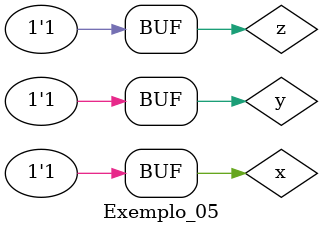
<source format=v>

module tabela ( output a,
		input  x,
		input  y,
		input  z);

//descrever por expressao
assign a = ((x & y) & (~x & ~y)) | ((~y | ~z) & x);

endmodule //tabela

module simplificado ( output a,
		      input  x,
		      input  y,
		      input  z);
			

//descrever por expressao
assign a = (x & ~z) | (x & ~y);

endmodule //simplificado

module Exemplo_05;

//--------------------- definir dados
reg x;
reg y;
reg z;

wire a;
wire a2;

tabela moduloTable(a, x, y, z);
simplificado moduloSimple(a2, x, y, z);

//-------------------- parte principal
initial 
   begin : main
   $display("Exemplo_05 - Matheus Santos Rosa Carneiro - 613414");
    $display("Test module Mapa Veitch-Karnaugh");
    $display("X Y Z :  A  A2");

    //projetar testes do modulo
    $monitor("%b %b %b : %2b %2b ", x, y, z, a, a2);

         x = 0; y = 0; z = 0;
      #1 x = 0; y = 0; z = 1;
      #1 x = 0; y = 1; z = 0;
      #1 x = 0; y = 1; z = 1;
      #1 x = 1; y = 0; z = 0;
      #1 x = 1; y = 0; z = 1;
      #1 x = 1; y = 1; z = 0;
      #1 x = 1; y = 1; z = 1;

    end

endmodule //Exemplo_05

</source>
